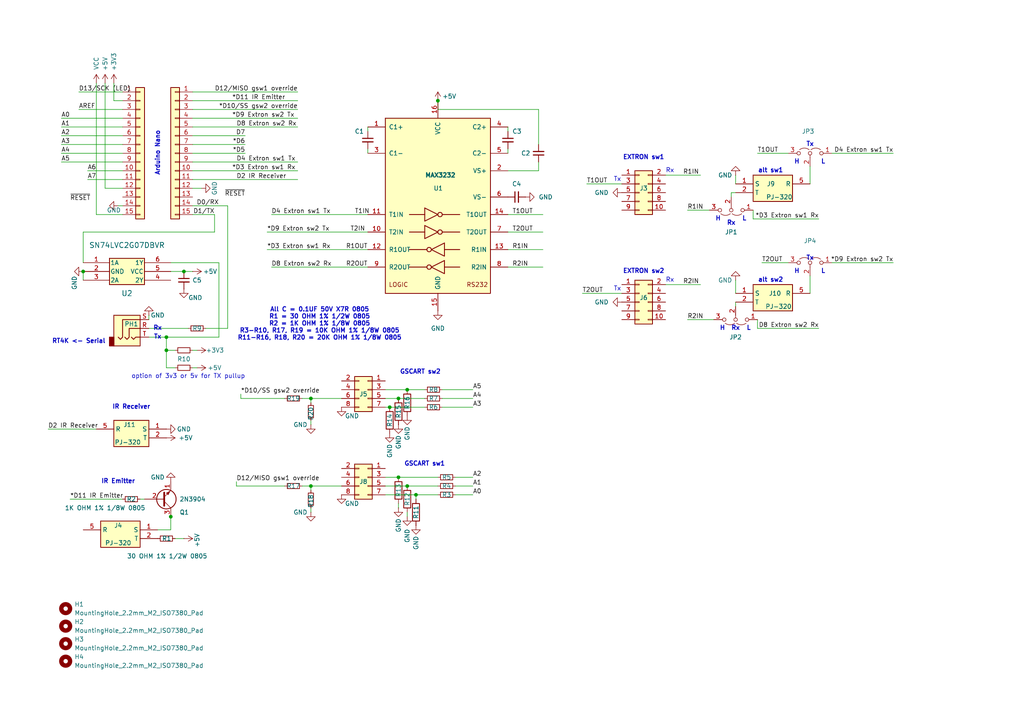
<source format=kicad_sch>
(kicad_sch (version 20231120) (generator "eeschema") (generator_version "8.0")
  (paper "A4")
  (title_block (title "Donut Dongle") (date "2025-03-12") (rev "v0.72"))
  (lib_symbols
    (symbol "+5V_1" (power) (pin_numbers hide) (pin_names (offset 0) hide)
      (property "Value" "+5V" (at 0 3.556 0))
      (symbol "+5V_1_1_1"
        (pin power_in line (at 0 0 90) (length 0) (name "~") (number "1"))
      )
    )
    (symbol "Conn_01x15_1" (pin_names (offset 1.016) hide)
      (symbol "Conn_01x15_1_1_1"
        (pin passive line (at -5.08 17.78 0) (length 3.81) (name "Pin_1") (number "1"))
        (pin passive line (at -5.08 -5.08 0) (length 3.81) (name "Pin_10") (number "10"))
        (pin passive line (at -5.08 -7.62 0) (length 3.81) (name "Pin_11") (number "11"))
        (pin passive line (at -5.08 -10.16 0) (length 3.81) (name "Pin_12") (number "12"))
        (pin passive line (at -5.08 -12.7 0) (length 3.81) (name "Pin_13") (number "13"))
        (pin passive line (at -5.08 -15.24 0) (length 3.81) (name "Pin_14") (number "14"))
        (pin passive line (at -5.08 -17.78 0) (length 3.81) (name "Pin_15") (number "15"))
        (pin passive line (at -5.08 15.24 0) (length 3.81) (name "Pin_2") (number "2"))
        (pin passive line (at -5.08 12.7 0) (length 3.81) (name "Pin_3") (number "3"))
        (pin passive line (at -5.08 10.16 0) (length 3.81) (name "Pin_4") (number "4"))
        (pin passive line (at -5.08 7.62 0) (length 3.81) (name "Pin_5") (number "5"))
        (pin passive line (at -5.08 5.08 0) (length 3.81) (name "Pin_6") (number "6"))
        (pin passive line (at -5.08 2.54 0) (length 3.81) (name "Pin_7") (number "7"))
        (pin passive line (at -5.08 0 0) (length 3.81) (name "Pin_8") (number "8"))
        (pin passive line (at -5.08 -2.54 0) (length 3.81) (name "Pin_9") (number "9"))
      )
    )
    (symbol "GND_1" (power) (pin_numbers hide) (pin_names (offset 0) hide)
      (property "Value" "GND" (at 0 -3.81 0))
      (symbol "GND_1_1_1"
        (pin power_in line (at 0 0 270) (length 0) (name "~") (number "1"))
      )
    )
    (symbol "GND_10" (power) (pin_numbers hide) (pin_names (offset 0) hide)
      (property "Value" "GND" (at 0 -3.81 0))
      (symbol "GND_10_1_1"
        (pin power_in line (at 0 0 270) (length 0) (name "~") (number "1"))
      )
    )
    (symbol "GND_11" (power) (pin_numbers hide) (pin_names (offset 0) hide)
      (property "Value" "GND" (at 0 -3.81 0))
      (symbol "GND_11_1_1"
        (pin power_in line (at 0 0 270) (length 0) (name "~") (number "1"))
      )
    )
    (symbol "GND_2" (power) (pin_numbers hide) (pin_names (offset 0) hide)
      (property "Value" "GND" (at 0 -3.81 0))
      (symbol "GND_2_1_1"
        (pin power_in line (at 0 0 270) (length 0) (name "~") (number "1"))
      )
    )
    (symbol "GND_3" (power) (pin_numbers hide) (pin_names (offset 0) hide)
      (property "Value" "GND" (at 0 -3.81 0))
      (symbol "GND_3_1_1"
        (pin power_in line (at 0 0 270) (length 0) (name "~") (number "1"))
      )
    )
    (symbol "GND_4" (power) (pin_numbers hide) (pin_names (offset 0) hide)
      (property "Value" "GND" (at 0 -3.81 0))
      (symbol "GND_4_1_1"
        (pin power_in line (at 0 0 270) (length 0) (name "~") (number "1"))
      )
    )
    (symbol "GND_5" (power) (pin_numbers hide) (pin_names (offset 0) hide)
      (property "Value" "GND" (at 0 -3.81 0))
      (symbol "GND_5_1_1"
        (pin power_in line (at 0 0 270) (length 0) (name "~") (number "1"))
      )
    )
    (symbol "GND_6" (power) (pin_numbers hide) (pin_names (offset 0) hide)
      (property "Value" "GND" (at 0 -3.81 0))
      (symbol "GND_6_1_1"
        (pin power_in line (at 0 0 270) (length 0) (name "~") (number "1"))
      )
    )
    (symbol "GND_7" (power) (pin_numbers hide) (pin_names (offset 0) hide)
      (property "Value" "GND" (at 0 -3.81 0))
      (symbol "GND_7_1_1"
        (pin power_in line (at 0 0 270) (length 0) (name "~") (number "1"))
      )
    )
    (symbol "GND_8" (power) (pin_numbers hide) (pin_names (offset 0) hide)
      (property "Value" "GND" (at 0 -3.81 0))
      (symbol "GND_8_1_1"
        (pin power_in line (at 0 0 270) (length 0) (name "~") (number "1"))
      )
    )
    (symbol "GND_9" (power) (pin_numbers hide) (pin_names (offset 0) hide)
      (property "Value" "GND" (at 0 -3.81 0))
      (symbol "GND_9_1_1"
        (pin power_in line (at 0 0 270) (length 0) (name "~") (number "1"))
      )
    )
    (symbol "Library:2N3904" (pin_names (offset 0) hide)
      (property "Reference" "Q" (at 5.08 1.905 0))
      (property "Value" "2N3904" (at 5.08 0 0))
      (symbol "2N3904_1_1"
        (pin passive line (at 2.54 -5.08 90) (length 2.54) (name "E") (number "1"))
        (pin passive line (at -5.08 0 0) (length 5.715) (name "B") (number "2"))
        (pin passive line (at 2.54 5.08 270) (length 2.54) (name "C") (number "3"))
      )
    )
    (symbol "Library:AudioJack3"
      (property "Reference" "J" (at 0 8.89 0))
      (property "Value" "AudioJack3" (at 0 6.35 0))
      (symbol "AudioJack3_1_1"
        (pin passive line (at 5.08 0 180) (length 2.54) (name "~") (number "R"))
        (pin passive line (at 5.08 2.54 180) (length 2.54) (name "~") (number "S"))
        (pin passive line (at 5.08 -2.54 180) (length 2.54) (name "~") (number "T"))
      )
    )
    (symbol "Library:C_Small" (pin_numbers hide) (pin_names (offset 0.254) hide)
      (property "Reference" "C" (at 0.254 1.778 0))
      (property "Value" "C_Small" (at 0.254 -2.032 0))
      (symbol "C_Small_1_1"
        (pin passive line (at 0 2.54 270) (length 2.032) (name "~") (number "1"))
        (pin passive line (at 0 -2.54 90) (length 2.032) (name "~") (number "2"))
      )
    )
    (symbol "Library:Conn_01x15" (pin_names (offset 1.016) hide)
      (symbol "Conn_01x15_1_1"
        (pin passive line (at -5.08 -17.78 0) (length 3.81) (name "Pin_1") (number "1"))
        (pin passive line (at -5.08 5.08 0) (length 3.81) (name "Pin_10") (number "10"))
        (pin passive line (at -5.08 7.62 0) (length 3.81) (name "Pin_11") (number "11"))
        (pin passive line (at -5.08 10.16 0) (length 3.81) (name "Pin_12") (number "12"))
        (pin passive line (at -5.08 12.7 0) (length 3.81) (name "Pin_13") (number "13"))
        (pin passive line (at -5.08 15.24 0) (length 3.81) (name "Pin_14") (number "14"))
        (pin passive line (at -5.08 17.78 0) (length 3.81) (name "Pin_15") (number "15"))
        (pin passive line (at -5.08 -15.24 0) (length 3.81) (name "Pin_2") (number "2"))
        (pin passive line (at -5.08 -12.7 0) (length 3.81) (name "Pin_3") (number "3"))
        (pin passive line (at -5.08 -10.16 0) (length 3.81) (name "Pin_4") (number "4"))
        (pin passive line (at -5.08 -7.62 0) (length 3.81) (name "Pin_5") (number "5"))
        (pin passive line (at -5.08 -5.08 0) (length 3.81) (name "Pin_6") (number "6"))
        (pin passive line (at -5.08 -2.54 0) (length 3.81) (name "Pin_7") (number "7"))
        (pin passive line (at -5.08 0 0) (length 3.81) (name "Pin_8") (number "8"))
        (pin passive line (at -5.08 2.54 0) (length 3.81) (name "Pin_9") (number "9"))
      )
    )
    (symbol "Library:Conn_02x04_Odd_Even" (pin_names (offset 1.016) hide)
      (property "Reference" "J" (at 1.27 5.08 0))
      (property "Value" "Conn_02x04_Odd_Even" (at 1.27 -7.62 0))
      (symbol "Conn_02x04_Odd_Even_1_1"
        (pin passive line (at -5.08 2.54 0) (length 3.81) (name "Pin_1") (number "1"))
        (pin passive line (at 7.62 2.54 180) (length 3.81) (name "Pin_2") (number "2"))
        (pin passive line (at -5.08 0 0) (length 3.81) (name "Pin_3") (number "3"))
        (pin passive line (at 7.62 0 180) (length 3.81) (name "Pin_4") (number "4"))
        (pin passive line (at -5.08 -2.54 0) (length 3.81) (name "Pin_5") (number "5"))
        (pin passive line (at 7.62 -2.54 180) (length 3.81) (name "Pin_6") (number "6"))
        (pin passive line (at -5.08 -5.08 0) (length 3.81) (name "Pin_7") (number "7"))
        (pin passive line (at 7.62 -5.08 180) (length 3.81) (name "Pin_8") (number "8"))
      )
    )
    (symbol "Library:Conn_02x05_Odd_Even" (pin_names (offset 1.016) hide)
      (property "Reference" "J" (at 1.27 7.62 0))
      (property "Value" "Conn_02x05_Odd_Even" (at 1.27 -7.62 0))
      (symbol "Conn_02x05_Odd_Even_1_1"
        (pin passive line (at -5.08 5.08 0) (length 3.81) (name "Pin_1") (number "1"))
        (pin passive line (at 7.62 -5.08 180) (length 3.81) (name "Pin_10") (number "10"))
        (pin passive line (at 7.62 5.08 180) (length 3.81) (name "Pin_2") (number "2"))
        (pin passive line (at -5.08 2.54 0) (length 3.81) (name "Pin_3") (number "3"))
        (pin passive line (at 7.62 2.54 180) (length 3.81) (name "Pin_4") (number "4"))
        (pin passive line (at -5.08 0 0) (length 3.81) (name "Pin_5") (number "5"))
        (pin passive line (at 7.62 0 180) (length 3.81) (name "Pin_6") (number "6"))
        (pin passive line (at -5.08 -2.54 0) (length 3.81) (name "Pin_7") (number "7"))
        (pin passive line (at 7.62 -2.54 180) (length 3.81) (name "Pin_8") (number "8"))
        (pin passive line (at -5.08 -5.08 0) (length 3.81) (name "Pin_9") (number "9"))
      )
    )
    (symbol "Library:Jumper_3_Open" (pin_names (offset 0) hide) (exclude_from_sim yes) (in_bom no)
      (property "Reference" "JP" (at -2.54 -2.54 0))
      (property "Value" "Jumper_3_Open" (at 0 2.794 0))
      (symbol "Jumper_3_Open_1_1"
        (pin passive line (at -6.35 0 0) (length 2.54) (name "A") (number "1"))
        (pin passive line (at 0 -3.81 90) (length 2.54) (name "C") (number "2"))
        (pin passive line (at 6.35 0 180) (length 2.54) (name "B") (number "3"))
      )
    )
    (symbol "Library:MAX3232" (pin_names (offset 1.016))
      (property "Reference" "U" (at -2.54 28.575 0))
      (property "Value" "MAX3232" (at -2.54 26.67 0))
      (symbol "MAX3232_0_0"
        (text "LOGIC" (at -11.43 -22.86 0) (effects (font (size 1.27 1.27))))
        (text "RS232" (at 11.43 -22.86 0) (effects (font (size 1.27 1.27))))
      )
      (symbol "MAX3232_1_1"
        (pin passive line (at -20.32 22.86 0) (length 5.08) (name "C1+") (number "1"))
        (pin input line (at -20.32 -7.62 0) (length 5.08) (name "T2IN") (number "10"))
        (pin input line (at -20.32 -2.54 0) (length 5.08) (name "T1IN") (number "11"))
        (pin output line (at -20.32 -12.7 0) (length 5.08) (name "R1OUT") (number "12"))
        (pin input line (at 20.32 -12.7 180) (length 5.08) (name "R1IN") (number "13"))
        (pin output line (at 20.32 -2.54 180) (length 5.08) (name "T1OUT") (number "14"))
        (pin power_in line (at 0 -30.48 90) (length 5.08) (name "GND") (number "15"))
        (pin power_in line (at 0 30.48 270) (length 5.08) (name "VCC") (number "16"))
        (pin power_out line (at 20.32 10.16 180) (length 5.08) (name "VS+") (number "2"))
        (pin passive line (at -20.32 15.24 0) (length 5.08) (name "C1-") (number "3"))
        (pin passive line (at 20.32 22.86 180) (length 5.08) (name "C2+") (number "4"))
        (pin passive line (at 20.32 15.24 180) (length 5.08) (name "C2-") (number "5"))
        (pin power_out line (at 20.32 2.54 180) (length 5.08) (name "VS-") (number "6"))
        (pin output line (at 20.32 -7.62 180) (length 5.08) (name "T2OUT") (number "7"))
        (pin input line (at 20.32 -17.78 180) (length 5.08) (name "R2IN") (number "8"))
        (pin output line (at -20.32 -17.78 0) (length 5.08) (name "R2OUT") (number "9"))
      )
    )
    (symbol "Library:MountingHole" (pin_names (offset 1.016)) (exclude_from_sim yes) (in_bom no)
      (property "Reference" "H" (at 0 5.08 0))
      (property "Value" "MountingHole" (at 0 3.175 0))
    )
    (symbol "Library:R" (pin_numbers hide) (pin_names (offset 0))
      (property "Reference" "R" (at 2.032 0 90))
      (property "Value" "R" (at 0 0 90))
      (symbol "R_1_1"
        (pin passive line (at 0 3.81 270) (length 1.27) (name "~") (number "1"))
        (pin passive line (at 0 -3.81 90) (length 1.27) (name "~") (number "2"))
      )
    )
    (symbol "Library:R_Small" (pin_numbers hide) (pin_names (offset 0.254) hide)
      (property "Reference" "R" (at 0.762 0.508 0))
      (property "Value" "R_Small" (at 0.762 -1.016 0))
      (symbol "R_Small_1_1"
        (pin passive line (at 0 2.54 270) (length 0.762) (name "~") (number "1"))
        (pin passive line (at 0 -2.54 90) (length 0.762) (name "~") (number "2"))
      )
    )
    (symbol "Library:SJ3-35083A-TR"
      (property "Reference" "J9" (at 16.51 0 90))
      (property "Value" "PJ-320" (at 20.32 -3.81 0))
      (symbol "SJ3-35083A-TR_1_1"
        (pin passive line (at 5.08 0 0) (length 5.08) (name "S") (number "1"))
        (pin passive line (at 5.08 -2.54 0) (length 5.08) (name "T") (number "2"))
        (pin passive line (at 26.67 0 180) (length 5.08) (name "R") (number "5"))
      )
    )
    (symbol "Library:SN74LVC2G07DBVR" (pin_names (offset 0.254))
      (property "Reference" "U2" (at 13.97 -11.43 0))
      (property "Value" "SN74LVC2G07DBVR" (at 13.97 2.54 0))
      (symbol "SN74LVC2G07DBVR_0_1"
        (pin input line (at 1.27 -2.54 0) (length 7.62) (name "1A") (number "1"))
        (pin power_in line (at 1.27 -5.08 0) (length 7.62) (name "GND") (number "2"))
        (pin input line (at 1.27 -7.62 0) (length 7.62) (name "2A") (number "3"))
        (pin output line (at 26.67 -7.62 180) (length 7.62) (name "2Y") (number "4"))
        (pin power_in line (at 26.67 -5.08 180) (length 7.62) (name "VCC") (number "5"))
        (pin output line (at 26.67 -2.54 180) (length 7.62) (name "1Y") (number "6"))
      )
    )
    (symbol "SJ3-35083A-TR_1"
      (property "Reference" "J11" (at 13.97 -6.35 0))
      (property "Value" "PJ-320" (at 12.446 -3.81 0))
      (symbol "SJ3-35083A-TR_1_1_1"
        (pin passive line (at 5.08 0 0) (length 5.08) (name "S") (number "1"))
        (pin passive line (at 5.08 -2.54 0) (length 5.08) (name "T") (number "2"))
        (pin passive line (at 25.4 0 180) (length 5.08) (name "R") (number "5"))
      )
    )
    (symbol "SJ3-35083A-TR_2"
      (property "Reference" "J4" (at 15.24 3.81 0))
      (property "Value" "PJ-320" (at 15.24 -3.81 0))
      (symbol "SJ3-35083A-TR_2_1_1"
        (pin passive line (at 3.81 0 0) (length 5.08) (name "S") (number "1"))
        (pin passive line (at 3.81 -2.54 0) (length 5.08) (name "T") (number "2"))
        (pin passive line (at 25.4 0 180) (length 5.08) (name "R") (number "5"))
      )
    )
    (symbol "SJ3-35083A-TR_3"
      (property "Reference" "J10" (at 11.176 -6.35 0))
      (property "Value" "PJ-320" (at 12.446 -3.81 0))
      (symbol "SJ3-35083A-TR_3_1_1"
        (pin passive line (at 0 0 0) (length 5.08) (name "S") (number "1"))
        (pin passive line (at 0 -2.54 0) (length 5.08) (name "T") (number "2"))
        (pin passive line (at 21.59 0 180) (length 5.08) (name "R") (number "5"))
      )
    )
    (symbol "power:+3.3V" (power) (pin_numbers hide) (pin_names (offset 0) hide)
      (property "Value" "+3.3V" (at 0 3.556 0))
      (symbol "+3.3V_1_1"
        (pin power_in line (at 0 0 90) (length 0) (name "~") (number "1"))
      )
    )
    (symbol "power:+5V" (power) (pin_numbers hide) (pin_names (offset 0) hide)
      (property "Value" "+5V" (at 0 3.556 0))
      (symbol "+5V_1_1"
        (pin power_in line (at 0 0 90) (length 0) (name "~") (number "1"))
      )
    )
    (symbol "power:GND" (power) (pin_numbers hide) (pin_names (offset 0) hide)
      (property "Value" "GND" (at 0 -3.81 0))
      (symbol "GND_1_1"
        (pin power_in line (at 0 0 270) (length 0) (name "~") (number "1"))
      )
    )
    (symbol "power:VCC" (power) (pin_numbers hide) (pin_names (offset 0) hide)
      (property "Value" "VCC" (at 0 3.556 0))
      (symbol "VCC_1_1"
        (pin power_in line (at 0 0 90) (length 0) (name "~") (number "1"))
      )
    )
  )
  (junction (at 24.13 78.74))
  (junction (at 120.65 143.51))
  (junction (at 127 29.21))
  (junction (at 90.17 140.97))
  (junction (at 115.57 115.57))
  (junction (at 49.53 149.86))
  (junction (at 90.17 115.57))
  (junction (at 118.11 113.03))
  (junction (at 113.03 118.11))
  (junction (at 48.26 97.79))
  (junction (at 118.11 140.97))
  (junction (at 53.34 78.74))
  (junction (at 115.57 138.43))
  (junction (at 48.26 101.6))
  (wire (pts (xy 193.04 82.55) (xy 203.2 82.55)))
  (wire (pts (xy 132.08 140.97) (xy 137.16 140.97)))
  (wire (pts (xy 66.04 95.25) (xy 59.69 95.25)))
  (wire (pts (xy 128.27 113.03) (xy 137.16 113.03)))
  (wire (pts (xy 35.56 29.21) (xy 33.02 29.21)))
  (wire (pts (xy 22.86 26.67) (xy 35.56 26.67)))
  (wire (pts (xy 212.09 57.15) (xy 212.09 55.88)))
  (wire (pts (xy 77.47 67.31) (xy 106.68 67.31)))
  (wire (pts (xy 17.78 46.99) (xy 35.56 46.99)))
  (wire (pts (xy 49.53 147.32) (xy 49.53 149.86)))
  (wire (pts (xy 20.32 144.78) (xy 35.56 144.78)))
  (wire (pts (xy 147.32 62.23) (xy 157.48 62.23)))
  (wire (pts (xy 25.4 49.53) (xy 35.56 49.53)))
  (wire (pts (xy 55.88 29.21) (xy 86.36 29.21)))
  (wire (pts (xy 87.63 115.57) (xy 90.17 115.57)))
  (wire (pts (xy 170.18 53.34) (xy 180.34 53.34)))
  (wire (pts (xy 55.88 52.07) (xy 86.36 52.07)))
  (wire (pts (xy 17.78 41.91) (xy 35.56 41.91)))
  (wire (pts (xy 35.56 54.61) (xy 30.48 54.61)))
  (wire (pts (xy 25.4 52.07) (xy 35.56 52.07)))
  (wire (pts (xy 17.78 39.37) (xy 35.56 39.37)))
  (wire (pts (xy 234.95 80.01) (xy 234.95 85.09)))
  (wire (pts (xy 237.49 95.25) (xy 219.71 95.25)))
  (wire (pts (xy 147.32 72.39) (xy 157.48 72.39)))
  (wire (pts (xy 111.76 113.03) (xy 118.11 113.03)))
  (wire (pts (xy 212.09 55.88) (xy 213.36 55.88)))
  (wire (pts (xy 69.85 115.57) (xy 82.55 115.57)))
  (wire (pts (xy 111.76 143.51) (xy 120.65 143.51)))
  (wire (pts (xy 218.44 60.96) (xy 218.44 63.5)))
  (wire (pts (xy 78.74 62.23) (xy 106.68 62.23)))
  (wire (pts (xy 48.26 101.6) (xy 48.26 106.68)))
  (wire (pts (xy 147.32 36.83) (xy 147.32 38.1)))
  (wire (pts (xy 128.27 115.57) (xy 137.16 115.57)))
  (wire (pts (xy 55.88 101.6) (xy 57.15 101.6)))
  (wire (pts (xy 48.26 106.68) (xy 50.8 106.68)))
  (wire (pts (xy 17.78 36.83) (xy 35.56 36.83)))
  (wire (pts (xy 43.18 91.44) (xy 43.18 92.71)))
  (wire (pts (xy 220.98 76.2) (xy 228.6 76.2)))
  (wire (pts (xy 55.88 36.83) (xy 86.36 36.83)))
  (wire (pts (xy 55.88 59.69) (xy 66.04 59.69)))
  (wire (pts (xy 111.76 138.43) (xy 115.57 138.43)))
  (wire (pts (xy 55.88 78.74) (xy 53.34 78.74)))
  (wire (pts (xy 123.19 113.03) (xy 118.11 113.03)))
  (wire (pts (xy 24.13 78.74) (xy 24.13 81.28)))
  (wire (pts (xy 106.68 38.1) (xy 106.68 36.83)))
  (wire (pts (xy 30.48 24.13) (xy 30.48 54.61)))
  (wire (pts (xy 17.78 34.29) (xy 35.56 34.29)))
  (wire (pts (xy 40.64 144.78) (xy 41.91 144.78)))
  (wire (pts (xy 199.39 60.96) (xy 205.74 60.96)))
  (wire (pts (xy 48.26 97.79) (xy 48.26 101.6)))
  (wire (pts (xy 213.36 81.28) (xy 213.36 85.09)))
  (wire (pts (xy 120.65 143.51) (xy 127 143.51)))
  (wire (pts (xy 132.08 143.51) (xy 137.16 143.51)))
  (wire (pts (xy 78.74 77.47) (xy 106.68 77.47)))
  (wire (pts (xy 45.72 153.67) (xy 49.53 153.67)))
  (wire (pts (xy 213.36 50.8) (xy 213.36 53.34)))
  (wire (pts (xy 193.04 50.8) (xy 203.2 50.8)))
  (wire (pts (xy 199.39 92.71) (xy 207.01 92.71)))
  (wire (pts (xy 106.68 43.18) (xy 106.68 44.45)))
  (wire (pts (xy 48.26 101.6) (xy 50.8 101.6)))
  (wire (pts (xy 115.57 147.32) (xy 115.57 146.05)))
  (wire (pts (xy 49.53 78.74) (xy 53.34 78.74)))
  (wire (pts (xy 22.86 31.75) (xy 35.56 31.75)))
  (wire (pts (xy 43.18 95.25) (xy 54.61 95.25)))
  (wire (pts (xy 55.88 46.99) (xy 86.36 46.99)))
  (wire (pts (xy 33.02 24.13) (xy 33.02 29.21)))
  (wire (pts (xy 55.88 54.61) (xy 58.42 54.61)))
  (wire (pts (xy 234.95 48.26) (xy 234.95 53.34)))
  (wire (pts (xy 115.57 138.43) (xy 127 138.43)))
  (wire (pts (xy 27.94 24.13) (xy 27.94 62.23)))
  (wire (pts (xy 35.56 62.23) (xy 27.94 62.23)))
  (wire (pts (xy 13.97 124.46) (xy 27.94 124.46)))
  (wire (pts (xy 90.17 140.97) (xy 90.17 142.24)))
  (wire (pts (xy 147.32 49.53) (xy 156.21 49.53)))
  (wire (pts (xy 43.18 97.79) (xy 48.26 97.79)))
  (wire (pts (xy 147.32 67.31) (xy 157.48 67.31)))
  (wire (pts (xy 218.44 63.5) (xy 237.49 63.5)))
  (wire (pts (xy 147.32 43.18) (xy 147.32 44.45)))
  (wire (pts (xy 62.23 67.31) (xy 62.23 62.23)))
  (wire (pts (xy 77.47 72.39) (xy 106.68 72.39)))
  (wire (pts (xy 156.21 31.75) (xy 127 31.75)))
  (wire (pts (xy 24.13 67.31) (xy 62.23 67.31)))
  (wire (pts (xy 55.88 106.68) (xy 57.15 106.68)))
  (wire (pts (xy 53.34 156.21) (xy 50.8 156.21)))
  (wire (pts (xy 132.08 138.43) (xy 137.16 138.43)))
  (wire (pts (xy 55.88 31.75) (xy 86.36 31.75)))
  (wire (pts (xy 127 31.75) (xy 127 29.21)))
  (wire (pts (xy 90.17 147.32) (xy 90.17 148.59)))
  (wire (pts (xy 68.58 139.7) (xy 68.58 140.97)))
  (wire (pts (xy 137.16 118.11) (xy 128.27 118.11)))
  (wire (pts (xy 219.71 44.45) (xy 228.6 44.45)))
  (wire (pts (xy 63.5 76.2) (xy 63.5 97.79)))
  (wire (pts (xy 241.3 76.2) (xy 259.08 76.2)))
  (wire (pts (xy 113.03 118.11) (xy 123.19 118.11)))
  (wire (pts (xy 219.71 95.25) (xy 219.71 92.71)))
  (wire (pts (xy 259.08 44.45) (xy 241.3 44.45)))
  (wire (pts (xy 90.17 115.57) (xy 99.06 115.57)))
  (wire (pts (xy 118.11 140.97) (xy 127 140.97)))
  (wire (pts (xy 156.21 49.53) (xy 156.21 46.99)))
  (wire (pts (xy 168.91 85.09) (xy 180.34 85.09)))
  (wire (pts (xy 55.88 34.29) (xy 86.36 34.29)))
  (wire (pts (xy 90.17 115.57) (xy 90.17 116.84)))
  (wire (pts (xy 120.65 143.51) (xy 120.65 144.78)))
  (wire (pts (xy 48.26 97.79) (xy 63.5 97.79)))
  (wire (pts (xy 55.88 26.67) (xy 86.36 26.67)))
  (wire (pts (xy 111.76 140.97) (xy 118.11 140.97)))
  (wire (pts (xy 55.88 41.91) (xy 71.12 41.91)))
  (wire (pts (xy 111.76 118.11) (xy 113.03 118.11)))
  (wire (pts (xy 55.88 39.37) (xy 71.12 39.37)))
  (wire (pts (xy 90.17 140.97) (xy 99.06 140.97)))
  (wire (pts (xy 55.88 49.53) (xy 86.36 49.53)))
  (wire (pts (xy 49.53 76.2) (xy 63.5 76.2)))
  (wire (pts (xy 115.57 115.57) (xy 123.19 115.57)))
  (wire (pts (xy 68.58 140.97) (xy 82.55 140.97)))
  (wire (pts (xy 147.32 77.47) (xy 157.48 77.47)))
  (wire (pts (xy 49.53 149.86) (xy 49.53 153.67)))
  (wire (pts (xy 90.17 121.92) (xy 90.17 123.19)))
  (wire (pts (xy 69.85 114.3) (xy 69.85 115.57)))
  (wire (pts (xy 17.78 44.45) (xy 35.56 44.45)))
  (wire (pts (xy 111.76 115.57) (xy 115.57 115.57)))
  (wire (pts (xy 55.88 44.45) (xy 71.12 44.45)))
  (wire (pts (xy 87.63 140.97) (xy 90.17 140.97)))
  (wire (pts (xy 55.88 62.23) (xy 62.23 62.23)))
  (wire (pts (xy 118.11 149.86) (xy 118.11 148.59)))
  (wire (pts (xy 24.13 76.2) (xy 24.13 67.31)))
  (wire (pts (xy 35.56 59.69) (xy 34.29 59.69)))
  (wire (pts (xy 66.04 59.69) (xy 66.04 95.25)))
  (wire (pts (xy 213.36 87.63) (xy 213.36 88.9)))
  (wire (pts (xy 156.21 31.75) (xy 156.21 41.91)))
  (text "EXTRON sw2" (at 186.69 78.74 0) (effects (font (size 1.27 1.27) (thickness 0.254) (bold yes))))
  (text "H" (at 231.14 46.99 0) (effects (font (size 1.27 1.27) (thickness 0.254) (bold yes))))
  (text "option of 3v3 or 5v for TX pullup" (at 54.61 109.22 0) (effects (font (size 1.27 1.27))))
  (text "L" (at 238.76 78.74 0) (effects (font (size 1.27 1.27) (thickness 0.254) (bold yes))))
  (text "GSCART sw2" (at 121.92 107.95 0) (effects (font (size 1.27 1.27) (thickness 0.254) (bold yes))))
  (text "RT4K <- Serial" (at 22.86 99.06 0) (effects (font (size 1.27 1.27) (thickness 0.254) (bold yes))))
  (text "L" (at 217.17 95.25 0) (effects (font (size 1.27 1.27) (thickness 0.254) (bold yes))))
  (text "Arduino Nano" (at 45.72 44.45 90) (effects (font (size 1.27 1.27) (thickness 0.254) (bold yes))))
  (text "Rx" (at 212.09 64.77 0) (effects (font (size 1.27 1.27) (thickness 0.254) (bold yes))))
  (text "Tx" (at 179.07 83.82 0) (effects (font (size 1.27 1.27) (thickness 0.1588))))
  (text "H" (at 231.14 78.74 0) (effects (font (size 1.27 1.27) (thickness 0.254) (bold yes))))
  (text "L" (at 238.76 46.99 0) (effects (font (size 1.27 1.27) (thickness 0.254) (bold yes))))
  (text "Tx" (at 45.72 97.79 0) (effects (font (size 1.27 1.27) (thickness 0.254) (bold yes))))
  (text "Rx" (at 194.31 49.53 0) (effects (font (size 1.27 1.27) (thickness 0.1588))))
  (text "Tx" (at 234.95 41.91 0) (effects (font (size 1.27 1.27) (thickness 0.254) (bold yes))))
  (text "H" (at 208.28 63.5 0) (effects (font (size 1.27 1.27) (thickness 0.254) (bold yes))))
  (text "L" (at 215.9 63.5 0) (effects (font (size 1.27 1.27) (thickness 0.254) (bold yes))))
  (text "Tx" (at 179.07 52.07 0) (effects (font (size 1.27 1.27) (thickness 0.1588))))
  (text "EXTRON sw1" (at 186.69 45.72 0) (effects (font (size 1.27 1.27) (thickness 0.254) (bold yes))))
  (text "Rx" (at 213.36 95.25 0) (effects (font (size 1.27 1.27) (thickness 0.254) (bold yes))))
  (text "IR Receiver" (at 38.1 118.11 0) (effects (font (size 1.27 1.27) (thickness 0.254) (bold yes))))
  (text "IR Emitter" (at 34.29 139.7 0) (effects (font (size 1.27 1.27) (thickness 0.254) (bold yes))))
  (text "alt sw2" (at 223.52 81.28 0) (effects (font (size 1.27 1.27) (thickness 0.254) (bold yes))))
  (text "GSCART sw1" (at 123.19 134.62 0) (effects (font (size 1.27 1.27) (thickness 0.254) (bold yes))))
  (text "Rx" (at 194.31 81.28 0) (effects (font (size 1.27 1.27) (thickness 0.1588))))
  (text "alt sw1" (at 223.52 49.53 0) (effects (font (size 1.27 1.27) (thickness 0.254) (bold yes))))
  (text "Rx" (at 45.72 95.25 0) (effects (font (size 1.27 1.27) (thickness 0.254) (bold yes))))
  (text "Tx" (at 234.95 74.93 0) (effects (font (size 1.27 1.27) (thickness 0.254) (bold yes))))
  (text "All C = 0.1UF 50V X7R 0805\nR1 = 30 OHM 1% 1/2W 0805\nR2 = 1K OHM 1% 1/8W 0805\nR3-R10, R17, R19 = 10K OHM 1% 1/8W 0805\nR11-R16, R18, R20 = 20K OHM 1% 1/8W 0805\n" (at 92.71 93.98 0) (effects (font (size 1.27 1.27) (thickness 0.254) (bold yes))))
  (text "H" (at 209.55 95.25 0) (effects (font (size 1.27 1.27) (thickness 0.254) (bold yes))))
  (label "D4 Extron sw1 Tx" (at 68.58 46.99 0))
  (label "D4 Extron sw1 Tx" (at 78.74 62.23 0))
  (label "A4" (at 137.16 115.57 0))
  (label "T2OUT" (at 148.59 67.31 0))
  (label "*D5" (at 71.12 44.45 180))
  (label "R1IN" (at 199.39 60.96 0) (effects (font (thickness 0.1588))))
  (label "A2" (at 17.78 39.37 0))
  (label "*D3 Extron sw1 Rx" (at 237.49 63.5 180))
  (label "D7" (at 71.12 39.37 180))
  (label "D8 Extron sw2 Rx" (at 78.74 77.47 0))
  (label "R2IN" (at 199.39 92.71 0) (effects (font (thickness 0.1588))))
  (label "D8 Extron sw2 Rx" (at 237.49 95.25 180))
  (label "T1IN" (at 102.87 62.23 0))
  (label "A2" (at 137.16 138.43 0))
  (label "D13{slash}SCK (LED)" (at 22.86 26.67 0))
  (label "A7" (at 25.4 52.07 0))
  (label "*D6" (at 71.12 41.91 180))
  (label "*D11 IR Emitter" (at 20.32 144.78 0))
  (label "R1IN" (at 148.59 72.39 0) (effects (font (thickness 0.1588))))
  (label "*D11 IR Emitter" (at 67.31 29.21 0))
  (label "A1" (at 17.78 36.83 0))
  (label "R1IN" (at 198.12 50.8 0) (effects (font (thickness 0.1588))))
  (label "D12{slash}MISO gsw1 override" (at 68.58 139.7 0))
  (label "R2IN" (at 198.12 82.55 0) (effects (font (thickness 0.1588))))
  (label "A4" (at 17.78 44.45 0))
  (label "R2OUT" (at 100.33 77.47 0))
  (label "A5" (at 17.78 46.99 0))
  (label "*D10{slash}SS gsw2 override" (at 69.85 114.3 0))
  (label "T1OUT" (at 148.59 62.23 0))
  (label "R2IN" (at 148.59 77.47 0) (effects (font (thickness 0.1588))))
  (label "*D3 Extron sw1 Rx" (at 77.47 72.39 0))
  (label "A3" (at 17.78 41.91 0))
  (label "T2OUT" (at 220.98 76.2 0))
  (label "~{RESET}" (at 71.12 57.15 180))
  (label "~{RESET}" (at 20.32 58.42 0))
  (label "A6" (at 25.4 49.53 0))
  (label "A0" (at 17.78 34.29 0))
  (label "T1OUT" (at 219.71 44.45 0))
  (label "A3" (at 137.16 118.11 0))
  (label "*D9 Extron sw2 Tx" (at 259.08 76.2 180))
  (label "T2IN" (at 101.6 67.31 0))
  (label "*D9 Extron sw2 Tx" (at 67.31 34.29 0))
  (label "*D3 Extron sw1 Rx" (at 67.31 49.53 0))
  (label "D2 IR Receiver" (at 68.58 52.07 0))
  (label "*D9 Extron sw2 Tx" (at 77.47 67.31 0))
  (label "A1" (at 137.16 140.97 0))
  (label "T2OUT" (at 168.91 85.09 0))
  (label "D8 Extron sw2 Rx" (at 68.58 36.83 0))
  (label "D1{slash}TX" (at 62.23 62.23 180))
  (label "D4 Extron sw1 Tx" (at 259.08 44.45 180))
  (label "D0{slash}RX" (at 63.5 59.69 180))
  (label "D2 IR Receiver" (at 13.97 124.46 0))
  (label "A5" (at 137.16 113.03 0))
  (label "AREF" (at 22.86 31.75 0))
  (label "R1OUT" (at 100.33 72.39 0))
  (label "T1OUT" (at 170.18 53.34 0))
  (label "*D10{slash}SS gsw2 override" (at 86.36 31.75 180))
  (label "A0" (at 137.16 143.51 0))
  (label "D12{slash}MISO gsw1 override" (at 86.36 26.67 180))
  (symbol (lib_name "Conn_01x15_1") (lib_id "Library:Conn_01x15_1") (at 40.64 44.45 0) (unit 1)
    (property "Reference" "J1" (effects (hide yes)))
    (property "Value" "2.54mm Pitch Single Row Female 15P Header Strip" (effects (hide yes)))
    (property "Footprint" "Connector_PinSocket_2.54mm:PinSocket_1x15_P2.54mm_Vertical" (effects (hide yes)))
  )
  (symbol (lib_id "Library:Conn_01x15") (at 50.8 44.45 180) (unit 1)
    (property "Reference" "J2" (effects (hide yes)))
    (property "Value" "2.54mm Pitch Single Row Female 15P Header Strip" (effects (hide yes)))
    (property "Footprint" "Connector_PinSocket_2.54mm:PinSocket_1x15_P2.54mm_Vertical" (effects (hide yes)))
  )
  (symbol (lib_name "GND_3") (lib_id "power:GND") (at 48.26 124.46 90) (mirror x) (unit 1)
    (property "Reference" "#PWR05" (effects (hide yes)))
    (property "Value" "GND" (at 53.34 124.46 90))
    (property "Description" "Power symbol creates a global label with name \"GND\" , ground" (effects (hide yes)))
  )
  (symbol (lib_id "Library:Jumper_3_Open") (at 234.95 44.45 0) (mirror y) (unit 1)
    (property "Reference" "JP3" (at 236.22 38.1 0) (effects (justify left)))
    (property "Value" "PinHeader_1x03_P2.54mm_Vertical" (effects (hide yes)))
    (property "Footprint" "Connector_PinHeader_2.54mm:PinHeader_1x03_P2.54mm_Vertical" (effects (hide yes)))
    (property "Description" "Jumper, 3-pole, both open" (effects (hide yes)))
  )
  (symbol (lib_id "Library:C_Small") (at 147.32 40.64 0) (unit 1)
    (property "Reference" "C3" (at 148.59 38.1 0) (effects (justify left)))
    (property "Value" "0.1UF 50V X7R 0805" (effects (hide yes)))
    (property "Footprint" "Capacitor_SMD:C_0805_2012Metric_Pad1.18x1.45mm_HandSolder" (effects (hide yes)))
    (property "Description" "Unpolarized capacitor, small symbol" (effects (hide yes)))
  )
  (symbol (lib_name "GND_10") (lib_id "power:GND") (at 152.4 57.15 90) (unit 1)
    (property "Reference" "#PWR018" (effects (hide yes)))
    (property "Value" "GND" (at 156.21 57.1499 90) (effects (justify right)))
    (property "Description" "Power symbol creates a global label with name \"GND\" , ground" (effects (hide yes)))
  )
  (symbol (lib_id "Library:R_Small") (at 90.17 119.38 0) (unit 1)
    (property "Reference" "R20" (at 90.17 121.92 90) (effects (justify left)))
    (property "Value" "20K OHM 1% 1/8W 0805" (effects (hide yes)))
    (property "Footprint" "Resistor_SMD:R_0805_2012Metric_Pad1.20x1.40mm_HandSolder" (effects (hide yes)))
    (property "Description" "Resistor, small symbol" (effects (hide yes)))
  )
  (symbol (lib_name "+5V_1") (lib_id "power:+5V") (at 57.15 106.68 270) (mirror x) (unit 1)
    (property "Reference" "#PWR028" (effects (hide yes)))
    (property "Value" "+5V" (at 62.23 106.68 90))
    (property "Description" "Power symbol creates a global label with name \"+5V\"" (effects (hide yes)))
  )
  (symbol (lib_id "Library:R_Small") (at 85.09 115.57 270) (unit 1)
    (property "Reference" "R19" (at 85.09 115.57 90))
    (property "Value" "10K OHM 1% 1/8W 0805" (effects (hide yes)))
    (property "Footprint" "Resistor_SMD:R_0805_2012Metric_Pad1.20x1.40mm_HandSolder" (effects (hide yes)))
    (property "Description" "Resistor, small symbol" (effects (hide yes)))
  )
  (symbol (lib_id "Library:MountingHole") (at 19.05 176.53 0) (unit 1) (exclude_from_sim yes) (in_bom no)
    (property "Reference" "H1" (at 21.59 175.2599 0) (effects (justify left)))
    (property "Value" "MountingHole_2.2mm_M2_ISO7380_Pad" (at 21.59 177.7999 0) (effects (justify left)))
    (property "Footprint" "MountingHole:MountingHole_2.2mm_M2_ISO7380_Pad" (effects (hide yes)))
    (property "Description" "Mounting Hole without connection" (effects (hide yes)))
  )
  (symbol (lib_id "Library:MAX3232") (at 127 59.69 0) (unit 1)
    (property "Reference" "U1" (at 125.73 54.61 0) (effects (justify left)))
    (property "Value" "MAX3232" (at 123.19 50.8 0) (effects (font (thickness 0.254) (bold yes)) (justify left)))
    (property "Footprint" "Package_SO:SOIC-16W_5.3x10.2mm_P1.27mm" (effects (hide yes)))
    (property "Datasheet" "https://datasheets.maximintegrated.com/en/ds/MAX3222-MAX3241.pdf" (effects (hide yes)))
    (property "Description" "3.0V to 5.5V, Low-Power, up to 1Mbps, True RS-232 Transceivers Using Four 0.1μF External Capacitors" (effects (hide yes)))
  )
  (symbol (lib_id "Library:SJ3-35083A-TR") (at 208.28 53.34 0) (unit 1)
    (property "Reference" "J9" (at 224.79 53.34 0) (effects (justify right)))
    (property "Value" "PJ-320" (at 229.87 57.15 0) (effects (justify right)))
    (property "Footprint" "Connector_Audio:SJ335083ATR" (effects (hide yes)))
    (property "Datasheet" "https://www.cuidevices.com/product/resource/sj3-3508x.pdf" (effects (hide yes)))
    (property "Description" "Phone Connectors Audio Jack, 3.5mm, Through Hole, 3 Conductors, 0 Switches" (effects (hide yes)))
    (property "Height" "5.3" (effects (hide yes)))
    (property "Mouser Part Number" "179-SJ3-35083A-TR" (effects (hide yes)))
    (property "Mouser Price/Stock" "https://www.mouser.co.uk/ProductDetail/Same-Sky/SJ3-35083A-TR?qs=IKkN%2F947nfAXbylC140wLg%3D%3D" (effects (hide yes)))
    (property "Manufacturer_Name" "Same Sky" (effects (hide yes)))
    (property "Manufacturer_Part_Number" "SJ3-35083A-TR" (effects (hide yes)))
  )
  (symbol (lib_id "Library:R_Small") (at 48.26 156.21 270) (mirror x) (unit 1)
    (property "Reference" "R1" (at 46.99 156.21 90) (effects (justify left)))
    (property "Value" "30 OHM 1% 1/2W 0805" (at 36.83 161.29 90) (effects (justify left)))
    (property "Footprint" "Resistor_SMD:R_0805_2012Metric_Pad1.20x1.40mm_HandSolder" (effects (hide yes)))
    (property "Description" "Resistor, small symbol" (effects (hide yes)))
  )
  (symbol (lib_id "Library:R_Small") (at 53.34 101.6 270) (mirror x) (unit 1)
    (property "Reference" "R10" (at 53.34 104.14 90))
    (property "Value" "10K OHM 1% 1/8W 0805" (effects (hide yes)))
    (property "Footprint" "Resistor_SMD:R_0805_2012Metric_Pad1.20x1.40mm_HandSolder" (effects (hide yes)))
    (property "Description" "Resistor, small symbol" (effects (hide yes)))
  )
  (symbol (lib_id "Library:R_Small") (at 125.73 115.57 90) (mirror x) (unit 1)
    (property "Reference" "R7" (at 125.73 115.57 90))
    (property "Value" "10K OHM 1% 1/8W 0805" (effects (hide yes)))
    (property "Footprint" "Resistor_SMD:R_0805_2012Metric_Pad1.20x1.40mm_HandSolder" (effects (hide yes)))
    (property "Description" "Resistor, small symbol" (effects (hide yes)))
  )
  (symbol (lib_id "Library:R_Small") (at 125.73 118.11 90) (mirror x) (unit 1)
    (property "Reference" "R6" (at 125.73 118.11 90))
    (property "Value" "10K OHM 1% 1/8W 0805" (effects (hide yes)))
    (property "Footprint" "Resistor_SMD:R_0805_2012Metric_Pad1.20x1.40mm_HandSolder" (effects (hide yes)))
    (property "Description" "Resistor, small symbol" (effects (hide yes)))
  )
  (symbol (lib_id "Library:R") (at 113.03 121.92 0) (unit 1)
    (property "Reference" "R14" (at 113.03 121.92 90))
    (property "Value" "20K OHM 1% 1/8W 0805" (effects (hide yes)))
    (property "Footprint" "Resistor_SMD:R_0805_2012Metric_Pad1.20x1.40mm_HandSolder" (effects (hide yes)))
    (property "Description" "Resistor" (effects (hide yes)))
  )
  (symbol (lib_id "Library:Jumper_3_Open") (at 234.95 76.2 0) (mirror y) (unit 1)
    (property "Reference" "JP4" (at 234.95 69.85 0))
    (property "Value" "PinHeader_1x03_P2.54mm_Vertical" (effects (hide yes)))
    (property "Footprint" "Connector_PinHeader_2.54mm:PinHeader_1x03_P2.54mm_Vertical" (effects (hide yes)))
    (property "Description" "Jumper, 3-pole, both open" (effects (hide yes)))
  )
  (symbol (lib_name "GND_1") (lib_id "power:GND") (at 118.11 149.86 0) (unit 1)
    (property "Reference" "#PWR012" (effects (hide yes)))
    (property "Value" "GND" (at 118.11 157.48 90) (effects (justify left)))
    (property "Description" "Power symbol creates a global label with name \"GND\" , ground" (effects (hide yes)))
  )
  (symbol (lib_id "Library:Jumper_3_Open") (at 212.09 60.96 180) (unit 1) (exclude_from_sim yes) (in_bom no)
    (property "Reference" "JP1" (at 212.09 67.31 0))
    (property "Value" "Jumper_3_Open" (effects (hide yes)))
    (property "Footprint" "Connector_PinHeader_2.54mm:PinHeader_1x03_P2.54mm_Vertical" (effects (hide yes)))
    (property "Description" "Jumper, 3-pole, both open" (effects (hide yes)))
  )
  (symbol (lib_id "Library:R_Small") (at 38.1 144.78 90) (unit 1)
    (property "Reference" "R2" (at 38.1 144.78 90))
    (property "Value" "1K OHM 1% 1/8W 0805" (at 30.48 147.32 90))
    (property "Footprint" "Resistor_SMD:R_0805_2012Metric_Pad1.20x1.40mm_HandSolder" (effects (hide yes)))
    (property "Description" "Resistor, small symbol" (effects (hide yes)))
  )
  (symbol (lib_id "Library:Conn_02x05_Odd_Even") (at 185.42 87.63 0) (unit 1)
    (property "Reference" "J6" (at 186.69 86.36 0))
    (property "Value" "2x5 Pin Double Row 2.54mm Pitch Straight Box Header" (effects (hide yes)))
    (property "Footprint" "Connector_IDC:IDC-Header_2x05_P2.54mm_Vertical" (effects (hide yes)))
    (property "Description" "Generic connector, double row, 02x05, odd/even pin numbering scheme (row 1 odd numbers, row 2 even numbers), script generated (kicad-library-utils/schlib/autogen/connector/)" (effects (hide yes)))
  )
  (symbol (lib_id "power:+5V") (at 53.34 156.21 270) (mirror x) (unit 1)
    (property "Reference" "#PWR020" (effects (hide yes)))
    (property "Value" "+5V" (at 57.15 158.75 0) (effects (justify left)))
  )
  (symbol (lib_name "GND_1") (lib_id "power:GND") (at 115.57 123.19 0) (unit 1)
    (property "Reference" "#PWR09" (effects (hide yes)))
    (property "Value" "GND" (at 115.57 128.27 90))
    (property "Description" "Power symbol creates a global label with name \"GND\" , ground" (effects (hide yes)))
  )
  (symbol (lib_id "Library:Conn_02x04_Odd_Even") (at 106.68 138.43 0) (mirror y) (unit 1)
    (property "Reference" "J8" (at 105.41 139.7 0))
    (property "Value" "2x4 Pin Double Row 2.54mm Pitch Straight Box Header" (effects (hide yes)))
    (property "Footprint" "Connector_IDC:IDC-Header_2x04_P2.54mm_Vertical" (effects (hide yes)))
    (property "Description" "Generic connector, double row, 02x04, odd/even pin numbering scheme (row 1 odd numbers, row 2 even numbers), script generated (kicad-library-utils/schlib/autogen/connector/)" (effects (hide yes)))
  )
  (symbol (lib_id "Library:R") (at 118.11 144.78 0) (mirror x) (unit 1)
    (property "Reference" "R12" (at 118.11 144.78 90))
    (property "Value" "20K OHM 1% 1/8W 0805" (effects (hide yes)))
    (property "Footprint" "Resistor_SMD:R_0805_2012Metric_Pad1.20x1.40mm_HandSolder" (effects (hide yes)))
    (property "Description" "Resistor" (effects (hide yes)))
  )
  (symbol (lib_name "GND_11") (lib_id "power:GND") (at 53.34 83.82 0) (mirror y) (unit 1)
    (property "Reference" "#PWR026" (effects (hide yes)))
    (property "Value" "GND" (at 54.61 86.36 0) (effects (justify right)))
    (property "Description" "Power symbol creates a global label with name \"GND\" , ground" (effects (hide yes)))
  )
  (symbol (lib_id "power:+5V") (at 30.48 24.13 0) (unit 1)
    (property "Reference" "#PWR0103" (effects (hide yes)))
    (property "Value" "+5V" (at 30.48 20.574 90) (effects (justify left)))
  )
  (symbol (lib_name "GND_8") (lib_id "power:GND") (at 180.34 55.88 270) (unit 1)
    (property "Reference" "#PWR016" (effects (hide yes)))
    (property "Value" "GND" (at 176.53 55.8799 90) (effects (justify right)))
    (property "Description" "Power symbol creates a global label with name \"GND\" , ground" (effects (hide yes)))
  )
  (symbol (lib_name "GND_1") (lib_id "power:GND") (at 118.11 120.65 0) (unit 1)
    (property "Reference" "#PWR010" (effects (hide yes)))
    (property "Value" "GND" (at 118.11 125.73 90))
    (property "Description" "Power symbol creates a global label with name \"GND\" , ground" (effects (hide yes)))
  )
  (symbol (lib_id "Library:2N3904") (at 46.99 144.78 0) (mirror x) (unit 1)
    (property "Reference" "Q1" (at 52.07 148.59 0) (effects (justify left)))
    (property "Value" "2N3904" (at 52.07 144.78 0) (effects (justify left)))
    (property "Footprint" "Package_TO_SOT_THT:TO-92_Inline" (effects (hide yes)))
    (property "Datasheet" "https://www.onsemi.com/pub/Collateral/2N3903-D.PDF" (effects (hide yes)))
    (property "Description" "0.2A Ic, 40V Vce, Small Signal NPN Transistor, TO-92" (effects (hide yes)))
  )
  (symbol (lib_id "power:+3.3V") (at 33.02 24.13 0) (unit 1)
    (property "Reference" "#PWR0102" (effects (hide yes)))
    (property "Value" "+3V3" (at 33.02 20.574 90) (effects (justify left)))
  )
  (symbol (lib_name "GND_5") (lib_id "power:GND") (at 90.17 148.59 0) (mirror y) (unit 1)
    (property "Reference" "#PWR025" (effects (hide yes)))
    (property "Value" "GND" (at 85.09 148.59 0) (effects (justify right)))
    (property "Description" "Power symbol creates a global label with name \"GND\" , ground" (effects (hide yes)))
  )
  (symbol (lib_id "Library:Conn_02x04_Odd_Even") (at 106.68 113.03 0) (mirror y) (unit 1)
    (property "Reference" "J5" (at 105.41 114.3 0))
    (property "Value" "2x4 Pin Double Row 2.54mm Pitch Straight Box Header" (effects (hide yes)))
    (property "Footprint" "Connector_IDC:IDC-Header_2x04_P2.54mm_Vertical" (effects (hide yes)))
    (property "Description" "Generic connector, double row, 02x04, odd/even pin numbering scheme (row 1 odd numbers, row 2 even numbers), script generated (kicad-library-utils/schlib/autogen/connector/)" (effects (hide yes)))
  )
  (symbol (lib_name "+5V_1") (lib_id "power:+5V") (at 55.88 78.74 270) (mirror x) (unit 1)
    (property "Reference" "#PWR019" (effects (hide yes)))
    (property "Value" "+5V" (at 60.96 78.74 90))
    (property "Description" "Power symbol creates a global label with name \"+5V\"" (effects (hide yes)))
  )
  (symbol (lib_id "Library:Conn_02x05_Odd_Even") (at 185.42 55.88 0) (unit 1)
    (property "Reference" "J3" (at 186.69 54.61 0))
    (property "Value" "2x5 Pin Double Row 2.54mm Pitch Straight Box Header" (effects (hide yes)))
    (property "Footprint" "Connector_IDC:IDC-Header_2x05_P2.54mm_Vertical" (effects (hide yes)))
    (property "Description" "Generic connector, double row, 02x05, odd/even pin numbering scheme (row 1 odd numbers, row 2 even numbers), script generated (kicad-library-utils/schlib/autogen/connector/)" (effects (hide yes)))
  )
  (symbol (lib_id "Library:R_Small") (at 90.17 144.78 0) (unit 1)
    (property "Reference" "R18" (at 90.17 147.32 90) (effects (justify left)))
    (property "Value" "20K OHM 1% 1/8W 0805" (effects (hide yes)))
    (property "Footprint" "Resistor_SMD:R_0805_2012Metric_Pad1.20x1.40mm_HandSolder" (effects (hide yes)))
    (property "Description" "Resistor, small symbol" (effects (hide yes)))
  )
  (symbol (lib_id "power:VCC") (at 27.94 24.13 0) (unit 1)
    (property "Reference" "#PWR0101" (effects (hide yes)))
    (property "Value" "VCC" (at 27.94 20.32 90) (effects (justify left)))
  )
  (symbol (lib_name "GND_11") (lib_id "power:GND") (at 24.13 78.74 270) (mirror x) (unit 1)
    (property "Reference" "#PWR023" (effects (hide yes)))
    (property "Value" "GND" (at 21.59 80.01 0) (effects (justify right)))
    (property "Description" "Power symbol creates a global label with name \"GND\" , ground" (effects (hide yes)))
  )
  (symbol (lib_name "GND_7") (lib_id "power:GND") (at 180.34 87.63 270) (unit 1)
    (property "Reference" "#PWR015" (effects (hide yes)))
    (property "Value" "GND" (at 176.53 87.6299 90) (effects (justify right)))
    (property "Description" "Power symbol creates a global label with name \"GND\" , ground" (effects (hide yes)))
  )
  (symbol (lib_name "SJ3-35083A-TR_3") (lib_id "Library:SJ3-35083A-TR_3") (at 213.36 85.09 0) (unit 1)
    (property "Reference" "J10" (at 224.79 85.09 0))
    (property "Value" "PJ-320" (at 225.806 88.9 0))
    (property "Footprint" "Connector_Audio:SJ335083ATR" (effects (hide yes)))
    (property "Datasheet" "https://www.cuidevices.com/product/resource/sj3-3508x.pdf" (effects (hide yes)))
    (property "Description" "Phone Connectors Audio Jack, 3.5mm, Through Hole, 3 Conductors, 0 Switches" (effects (hide yes)))
    (property "Height" "5.3" (effects (hide yes)))
    (property "Mouser Part Number" "179-SJ3-35083A-TR" (effects (hide yes)))
    (property "Mouser Price/Stock" "https://www.mouser.co.uk/ProductDetail/Same-Sky/SJ3-35083A-TR?qs=IKkN%2F947nfAXbylC140wLg%3D%3D" (effects (hide yes)))
    (property "Manufacturer_Name" "Same Sky" (effects (hide yes)))
    (property "Manufacturer_Part_Number" "SJ3-35083A-TR" (effects (hide yes)))
  )
  (symbol (lib_id "Library:SN74LVC2G07DBVR") (at 22.86 73.66 0) (unit 1)
    (property "Reference" "U2" (at 36.83 85.09 0) (effects (font (size 1.524 1.524))))
    (property "Value" "SN74LVC2G07DBVR" (at 36.83 71.12 0) (effects (font (size 1.524 1.524))))
    (property "Footprint" "Package_TO_SOT_SMD:TSOT-23-6_HandSoldering" (effects (hide yes)))
    (property "Datasheet" "SN74LVC2G07DBVR" (effects (hide yes)))
  )
  (symbol (lib_id "Library:R_Small") (at 53.34 106.68 270) (mirror x) (unit 1) (in_bom no)
    (property "Reference" "R21" (effects (hide yes)))
    (property "Value" "10K OHM 1% 1/8W 0805" (effects (hide yes)))
    (property "Footprint" "Resistor_SMD:R_0805_2012Metric_Pad1.20x1.40mm_HandSolder" (effects (hide yes)))
    (property "Description" "Resistor, small symbol" (effects (hide yes)))
  )
  (symbol (lib_id "power:+3.3V") (at 57.15 101.6 270) (unit 1)
    (property "Reference" "#PWR024" (effects (hide yes)))
    (property "Value" "+3V3" (at 59.69 101.6 90) (effects (justify left)))
  )
  (symbol (lib_id "Library:R_Small") (at 129.54 140.97 90) (mirror x) (unit 1)
    (property "Reference" "R4" (at 129.54 140.97 90))
    (property "Value" "10K OHM 1% 1/8W 0805" (effects (hide yes)))
    (property "Footprint" "Resistor_SMD:R_0805_2012Metric_Pad1.20x1.40mm_HandSolder" (effects (hide yes)))
    (property "Description" "Resistor, small symbol" (effects (hide yes)))
  )
  (symbol (lib_name "GND_2") (lib_id "power:GND") (at 43.18 91.44 180) (unit 1)
    (property "Reference" "#PWR04" (effects (hide yes)))
    (property "Value" "GND" (at 45.72 91.44 0))
    (property "Description" "Power symbol creates a global label with name \"GND\" , ground" (effects (hide yes)))
  )
  (symbol (lib_name "GND_4") (lib_id "power:GND") (at 99.06 118.11 0) (unit 1)
    (property "Reference" "#PWR06" (effects (hide yes)))
    (property "Value" "GND" (at 104.14 120.65 0) (effects (justify right)))
    (property "Description" "Power symbol creates a global label with name \"GND\" , ground" (effects (hide yes)))
  )
  (symbol (lib_name "GND_1") (lib_id "power:GND") (at 127 90.17 0) (unit 1)
    (property "Reference" "#PWR01" (effects (hide yes)))
    (property "Value" "GND" (at 127 95.25 0))
    (property "Description" "Power symbol creates a global label with name \"GND\" , ground" (effects (hide yes)))
  )
  (symbol (lib_id "Library:MountingHole") (at 19.05 181.61 0) (unit 1) (exclude_from_sim yes) (in_bom no)
    (property "Reference" "H2" (at 21.59 180.3399 0) (effects (justify left)))
    (property "Value" "MountingHole_2.2mm_M2_ISO7380_Pad" (at 21.59 182.8799 0) (effects (justify left)))
    (property "Footprint" "MountingHole:MountingHole_2.2mm_M2_ISO7380_Pad" (effects (hide yes)))
    (property "Description" "Mounting Hole without connection" (effects (hide yes)))
  )
  (symbol (lib_id "power:GND") (at 58.42 54.61 90) (unit 1)
    (property "Reference" "#PWR02" (effects (hide yes)))
    (property "Value" "GND" (at 62.23 54.61 0))
  )
  (symbol (lib_id "Library:C_Small") (at 106.68 40.64 0) (unit 1)
    (property "Reference" "C1" (at 102.87 38.1 0) (effects (justify left)))
    (property "Value" "0.1UF 50V X7R 0805" (effects (hide yes)))
    (property "Footprint" "Capacitor_SMD:C_0805_2012Metric_Pad1.18x1.45mm_HandSolder" (effects (hide yes)))
    (property "Description" "Unpolarized capacitor, small symbol" (effects (hide yes)))
  )
  (symbol (lib_id "power:+5V") (at 127 29.21 0) (unit 1)
    (property "Reference" "#PWR021" (effects (hide yes)))
    (property "Value" "+5V" (at 128.27 27.94 0) (effects (justify left)))
  )
  (symbol (lib_id "Library:R_Small") (at 85.09 140.97 270) (unit 1)
    (property "Reference" "R17" (at 85.09 140.97 90))
    (property "Value" "10K OHM 1% 1/8W 0805" (effects (hide yes)))
    (property "Footprint" "Resistor_SMD:R_0805_2012Metric_Pad1.20x1.40mm_HandSolder" (effects (hide yes)))
    (property "Description" "Resistor, small symbol" (effects (hide yes)))
  )
  (symbol (lib_id "Library:AudioJack3") (at 38.1 95.25 0) (unit 1)
    (property "Reference" "PH1" (at 38.1 93.98 0))
    (property "Value" "PJ-307" (effects (hide yes)))
    (property "Footprint" "Connector_Audio:Jack_3.5mm_CUI_SJ1-3525N_Horizontal" (effects (hide yes)))
    (property "Description" "Audio Jack, 3 Poles (Stereo / TRS)" (effects (hide yes)))
  )
  (symbol (lib_name "SJ3-35083A-TR_1") (lib_id "Library:SJ3-35083A-TR_1") (at 53.34 124.46 0) (mirror y) (unit 1)
    (property "Reference" "J11" (at 39.37 123.19 0) (effects (justify left)))
    (property "Value" "PJ-320" (at 40.894 128.27 0) (effects (justify left)))
    (property "Footprint" "Connector_Audio:SJ335083ATR" (effects (hide yes)))
    (property "Datasheet" "https://www.cuidevices.com/product/resource/sj3-3508x.pdf" (effects (hide yes)))
    (property "Description" "Phone Connectors Audio Jack, 3.5mm, Through Hole, 3 Conductors, 0 Switches" (effects (hide yes)))
    (property "Height" "5.3" (effects (hide yes)))
    (property "Mouser Part Number" "179-SJ3-35083A-TR" (effects (hide yes)))
    (property "Mouser Price/Stock" "https://www.mouser.co.uk/ProductDetail/Same-Sky/SJ3-35083A-TR?qs=IKkN%2F947nfAXbylC140wLg%3D%3D" (effects (hide yes)))
    (property "Manufacturer_Name" "Same Sky" (effects (hide yes)))
    (property "Manufacturer_Part_Number" "SJ3-35083A-TR" (effects (hide yes)))
  )
  (symbol (lib_id "Library:MountingHole") (at 19.05 186.69 0) (unit 1) (exclude_from_sim yes) (in_bom no)
    (property "Reference" "H3" (at 21.59 185.4199 0) (effects (justify left)))
    (property "Value" "MountingHole_2.2mm_M2_ISO7380_Pad" (at 21.59 187.9599 0) (effects (justify left)))
    (property "Footprint" "MountingHole:MountingHole_2.2mm_M2_ISO7380_Pad" (effects (hide yes)))
    (property "Description" "Mounting Hole without connection" (effects (hide yes)))
  )
  (symbol (lib_name "GND_1") (lib_id "power:GND") (at 120.65 152.4 0) (unit 1)
    (property "Reference" "#PWR013" (effects (hide yes)))
    (property "Value" "GND" (at 120.65 157.48 90))
    (property "Description" "Power symbol creates a global label with name \"GND\" , ground" (effects (hide yes)))
  )
  (symbol (lib_name "GND_1") (lib_id "power:GND") (at 115.57 147.32 0) (unit 1)
    (property "Reference" "#PWR011" (effects (hide yes)))
    (property "Value" "GND" (at 115.57 152.4 90))
    (property "Description" "Power symbol creates a global label with name \"GND\" , ground" (effects (hide yes)))
  )
  (symbol (lib_name "GND_5") (lib_id "power:GND") (at 90.17 123.19 0) (mirror y) (unit 1)
    (property "Reference" "#PWR027" (effects (hide yes)))
    (property "Value" "GND" (at 85.09 123.19 0) (effects (justify right)))
    (property "Description" "Power symbol creates a global label with name \"GND\" , ground" (effects (hide yes)))
  )
  (symbol (lib_id "Library:C_Small") (at 149.86 57.15 90) (unit 1)
    (property "Reference" "C4" (at 149.86 53.34 90))
    (property "Value" "0.1UF 50V X7R 0805" (effects (hide yes)))
    (property "Footprint" "Capacitor_SMD:C_0805_2012Metric_Pad1.18x1.45mm_HandSolder" (effects (hide yes)))
    (property "Description" "Unpolarized capacitor, small symbol" (effects (hide yes)))
  )
  (symbol (lib_name "GND_6") (lib_id "power:GND") (at 213.36 81.28 180) (unit 1)
    (property "Reference" "#PWR014" (effects (hide yes)))
    (property "Value" "GND" (at 208.28 81.28 0) (effects (justify right)))
    (property "Description" "Power symbol creates a global label with name \"GND\" , ground" (effects (hide yes)))
  )
  (symbol (lib_id "Library:R_Small") (at 125.73 113.03 90) (mirror x) (unit 1)
    (property "Reference" "R8" (at 125.73 113.03 90))
    (property "Value" "10K OHM 1% 1/8W 0805" (effects (hide yes)))
    (property "Footprint" "Resistor_SMD:R_0805_2012Metric_Pad1.20x1.40mm_HandSolder" (effects (hide yes)))
    (property "Description" "Resistor, small symbol" (effects (hide yes)))
  )
  (symbol (lib_name "SJ3-35083A-TR_2") (lib_id "Library:SJ3-35083A-TR_2") (at 49.53 153.67 0) (mirror y) (unit 1)
    (property "Reference" "J4" (at 34.29 152.4 0))
    (property "Value" "PJ-320" (at 34.29 157.48 0))
    (property "Footprint" "Connector_Audio:SJ335083ATR" (effects (hide yes)))
    (property "Datasheet" "https://www.cuidevices.com/product/resource/sj3-3508x.pdf" (effects (hide yes)))
    (property "Description" "Phone Connectors Audio Jack, 3.5mm, Through Hole, 3 Conductors, 0 Switches" (effects (hide yes)))
    (property "Height" "5.3" (effects (hide yes)))
    (property "Mouser Part Number" "179-SJ3-35083A-TR" (effects (hide yes)))
    (property "Mouser Price/Stock" "https://www.mouser.co.uk/ProductDetail/Same-Sky/SJ3-35083A-TR?qs=IKkN%2F947nfAXbylC140wLg%3D%3D" (effects (hide yes)))
    (property "Manufacturer_Name" "Same Sky" (effects (hide yes)))
    (property "Manufacturer_Part_Number" "SJ3-35083A-TR" (effects (hide yes)))
  )
  (symbol (lib_id "Library:R_Small") (at 129.54 138.43 90) (mirror x) (unit 1)
    (property "Reference" "R5" (at 129.54 138.43 90))
    (property "Value" "10K OHM 1% 1/8W 0805" (effects (hide yes)))
    (property "Footprint" "Resistor_SMD:R_0805_2012Metric_Pad1.20x1.40mm_HandSolder" (effects (hide yes)))
    (property "Description" "Resistor, small symbol" (effects (hide yes)))
  )
  (symbol (lib_name "GND_1") (lib_id "power:GND") (at 49.53 139.7 180) (unit 1)
    (property "Reference" "#PWR03" (effects (hide yes)))
    (property "Value" "GND" (at 45.72 138.43 0))
    (property "Description" "Power symbol creates a global label with name \"GND\" , ground" (effects (hide yes)))
  )
  (symbol (lib_id "power:GND") (at 34.29 59.69 270) (unit 1)
    (property "Reference" "#PWR0104" (effects (hide yes)))
    (property "Value" "GND" (at 33.02 60.96 90))
  )
  (symbol (lib_id "Library:R") (at 118.11 116.84 180) (unit 1)
    (property "Reference" "R16" (at 118.11 116.84 90))
    (property "Value" "20K OHM 1% 1/8W 0805" (effects (hide yes)))
    (property "Footprint" "Resistor_SMD:R_0805_2012Metric_Pad1.20x1.40mm_HandSolder" (effects (hide yes)))
    (property "Description" "Resistor" (effects (hide yes)))
  )
  (symbol (lib_id "Library:R_Small") (at 57.15 95.25 270) (unit 1)
    (property "Reference" "R9" (at 57.15 95.25 90))
    (property "Value" "10K OHM 1% 1/8W 0805" (effects (hide yes)))
    (property "Footprint" "Resistor_SMD:R_0805_2012Metric_Pad1.20x1.40mm_HandSolder" (effects (hide yes)))
    (property "Description" "Resistor, small symbol" (effects (hide yes)))
  )
  (symbol (lib_id "Library:R") (at 120.65 148.59 0) (mirror x) (unit 1)
    (property "Reference" "R11" (at 120.65 148.59 90))
    (property "Value" "20K OHM 1% 1/8W 0805" (effects (hide yes)))
    (property "Footprint" "Resistor_SMD:R_0805_2012Metric_Pad1.20x1.40mm_HandSolder" (effects (hide yes)))
    (property "Description" "Resistor" (effects (hide yes)))
  )
  (symbol (lib_name "GND_1") (lib_id "power:GND") (at 113.03 125.73 0) (unit 1)
    (property "Reference" "#PWR08" (effects (hide yes)))
    (property "Value" "GND" (at 113.03 130.81 90))
    (property "Description" "Power symbol creates a global label with name \"GND\" , ground" (effects (hide yes)))
  )
  (symbol (lib_id "Library:C_Small") (at 156.21 44.45 180) (unit 1)
    (property "Reference" "C2" (at 151.13 44.45 0) (effects (justify right)))
    (property "Value" "0.1UF 50V X7R 0805" (effects (hide yes)))
    (property "Footprint" "Capacitor_SMD:C_0805_2012Metric_Pad1.18x1.45mm_HandSolder" (effects (hide yes)))
    (property "Description" "Unpolarized capacitor, small symbol" (effects (hide yes)))
  )
  (symbol (lib_name "GND_9") (lib_id "power:GND") (at 213.36 50.8 180) (unit 1)
    (property "Reference" "#PWR017" (effects (hide yes)))
    (property "Value" "GND" (at 208.28 50.8 0) (effects (justify right)))
    (property "Description" "Power symbol creates a global label with name \"GND\" , ground" (effects (hide yes)))
  )
  (symbol (lib_id "Library:Jumper_3_Open") (at 213.36 92.71 180) (unit 1) (exclude_from_sim yes) (in_bom no)
    (property "Reference" "JP2" (at 213.36 97.79 0))
    (property "Value" "Jumper_3_Open" (effects (hide yes)))
    (property "Footprint" "Connector_PinHeader_2.54mm:PinHeader_1x03_P2.54mm_Vertical" (effects (hide yes)))
    (property "Description" "Jumper, 3-pole, both open" (effects (hide yes)))
  )
  (symbol (lib_id "power:+5V") (at 48.26 127 270) (mirror x) (unit 1)
    (property "Reference" "#PWR022" (effects (hide yes)))
    (property "Value" "+5V" (at 51.816 127 90) (effects (justify left)))
  )
  (symbol (lib_id "Library:R") (at 115.57 119.38 0) (mirror y) (unit 1)
    (property "Reference" "R15" (at 115.57 119.38 90))
    (property "Value" "20K OHM 1% 1/8W 0805" (effects (hide yes)))
    (property "Footprint" "Resistor_SMD:R_0805_2012Metric_Pad1.20x1.40mm_HandSolder" (effects (hide yes)))
    (property "Description" "Resistor" (effects (hide yes)))
  )
  (symbol (lib_id "Library:MountingHole") (at 19.05 191.77 0) (unit 1) (exclude_from_sim yes) (in_bom no)
    (property "Reference" "H4" (at 21.59 190.4999 0) (effects (justify left)))
    (property "Value" "MountingHole_2.2mm_M2_ISO7380_Pad" (at 21.59 193.0399 0) (effects (justify left)))
    (property "Footprint" "MountingHole:MountingHole_2.2mm_M2_ISO7380_Pad" (effects (hide yes)))
    (property "Description" "Mounting Hole without connection" (effects (hide yes)))
  )
  (symbol (lib_id "Library:R_Small") (at 129.54 143.51 270) (unit 1)
    (property "Reference" "R3" (at 129.54 143.51 90))
    (property "Value" "10K OHM 1% 1/8W 0805" (effects (hide yes)))
    (property "Footprint" "Resistor_SMD:R_0805_2012Metric_Pad1.20x1.40mm_HandSolder" (effects (hide yes)))
    (property "Description" "Resistor, small symbol" (effects (hide yes)))
  )
  (symbol (lib_id "Library:R") (at 115.57 142.24 180) (unit 1)
    (property "Reference" "R13" (at 115.57 142.24 90))
    (property "Value" "20K OHM 1% 1/8W 0805" (effects (hide yes)))
    (property "Footprint" "Resistor_SMD:R_0805_2012Metric_Pad1.20x1.40mm_HandSolder" (effects (hide yes)))
    (property "Description" "Resistor" (effects (hide yes)))
  )
  (symbol (lib_id "Library:C_Small") (at 53.34 81.28 0) (mirror y) (unit 1)
    (property "Reference" "C5" (at 57.15 81.28 0))
    (property "Value" "0.1UF 50V X7R 0805" (effects (hide yes)))
    (property "Footprint" "Capacitor_SMD:C_0805_2012Metric_Pad1.18x1.45mm_HandSolder" (effects (hide yes)))
    (property "Description" "Unpolarized capacitor, small symbol" (effects (hide yes)))
  )
  (symbol (lib_name "GND_5") (lib_id "power:GND") (at 99.06 143.51 0) (unit 1)
    (property "Reference" "#PWR07" (effects (hide yes)))
    (property "Value" "GND" (at 104.14 146.05 0) (effects (justify right)))
    (property "Description" "Power symbol creates a global label with name \"GND\" , ground" (effects (hide yes)))
  )
)
</source>
